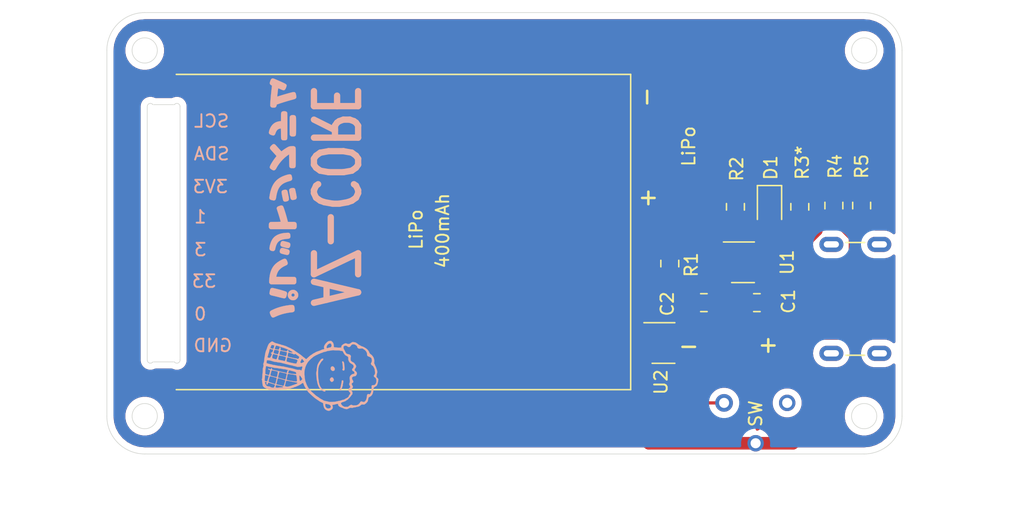
<source format=kicad_pcb>
(kicad_pcb (version 20171130) (host pcbnew "(5.1.6)-1")
  (layers (0 F.Cu signal) (31 B.Cu signal) (34 B.Paste user) (35 F.Paste user) (36 B.SilkS user) (37 F.SilkS user) (38 B.Mask user) (39 F.Mask user) (44 Edge.Cuts user))
  (net 0 "")
  (net 1 GND)
  (net 2 "Net-(C4-Pad1)")
  (net 3 "Net-(D1-Pad1)")
  (net 4 "Net-(R2-Pad1)")
  (net 5 "Net-(R3-Pad2)")
  (net 6 VIN)
  (net 7 5V)
  (net 8 IN1)
  (net 9 IN2)
  (net 10 VREAD)
  (module aaaa:Kailh-PG1425-X-Switch (layer F.Cu) (at 128.5 104.4 270)
    (fp_text reference LiPo hide)
    (fp_text value lipo)
  )
  (module Package_TO_SOT_SMD:SOT-23-5 (layer F.Cu) (at 149.1 113.2)
    (fp_text reference U2 (at -0.2 3.1 90) (layer F.SilkS))
    (fp_text value MCP73831-2-OT)
    (pad 5 smd rect (at 1.3 -0.95) (size 1.6 0.65) (layers F.Cu F.Paste F.Mask) (net 6 VIN))
    (pad 4 smd rect (at 1.3 0.95) (size 1.6 0.65) (layers F.Cu F.Paste F.Mask) (net 10 VREAD))
    (pad 2 smd rect (at -1.3 0) (size 1.6 0.65) (layers F.Cu F.Paste F.Mask) (net 7 5V))
  )
  (module Package_TO_SOT_SMD:SOT-23-5 (layer F.Cu) (at 155.4 106.8)
    (fp_text reference U1 (at 3.5 0 270) (layer F.SilkS))
    (fp_text value MCP73831-2-OT)
    (pad 1 smd rect (at -1.3 -0.95) (size 1.6 0.65) (layers F.Cu F.Paste F.Mask) (net 4 "Net-(R2-Pad1)"))
    (pad 2 smd rect (at -1.3 0) (size 1.6 0.65) (layers F.Cu F.Paste F.Mask) (net 1 GND))
    (pad 3 smd rect (at -1.3 0.95) (size 1.6 0.65) (layers F.Cu F.Paste F.Mask) (net 6 VIN))
    (pad 4 smd rect (at 1.3 0.95) (size 1.6 0.65) (layers F.Cu F.Paste F.Mask) (net 2 "Net-(C4-Pad1)"))
    (pad 5 smd rect (at 1.3 -0.95) (size 1.6 0.65) (layers F.Cu F.Paste F.Mask) (net 5 "Net-(R3-Pad2)"))
  )
  (module aaaa:palettesystem_9mm (layer B.Cu) (at 121.9 115.8 90)
    (fp_text reference G*** hide)
    (fp_text value LOGO hide)
  )
  (module aaaa:palettesystem_19mm (layer B.Cu) (at 119 101.7 90)
    (fp_text reference G*** hide)
    (fp_text value LOGO hide)
  )
  (module Connector_PinHeader_2.54mm:PinHeader_1x06_P2.54mm_Vertical (layer F.Cu) (at 153 113.5 90)
    (fp_text reference J3 hide)
    (fp_text value vout)
    (pad 1 smd roundrect (at 0 0 90) (size 2.5 1.7) (layers F.Cu F.Paste F.Mask) (net 1 GND))
    (pad 2 smd roundrect (at 0 2.54 90) (size 2.5 1.7) (layers F.Cu F.Paste F.Mask) (net 7 5V))
  )
  (module Resistor_SMD:R_0805_2012Metric (layer F.Cu) (at 149.6 106.9 270)
    (fp_text reference R1 (at 0.1 -1.7 90) (layer F.SilkS))
    (fp_text value 2.5kΩ)
    (pad 1 smd roundrect (at -0.9375 0 270) (size 1.2 1.4) (layers F.Cu F.Paste F.Mask) (net 6 VIN))
    (pad 2 smd roundrect (at 0.9375 0 270) (size 1.2 1.4) (layers F.Cu F.Paste F.Mask) (net 10 VREAD))
  )
  (module Connector_JST:JST_PH_S2B-PH-SM4-TB_1x02-1MP_P2.00mm_Horizontal (layer F.Cu) (at 153.8 97.7 90)
    (fp_text reference LiPo (at 0.1 -2.7 90) (layer F.SilkS))
    (fp_text value LiPo)
    (pad 2 smd roundrect (at 4 -2.85 90) (size 3.5 3.5) (layers F.Cu F.Paste F.Mask) (net 1 GND))
    (pad 1 smd roundrect (at -4 -2.85 90) (size 3.5 3.5) (layers F.Cu F.Paste F.Mask) (net 6 VIN))
  )
  (module Connector_PinHeader_2.54mm:PinHeader_1x06_P2.54mm_Vertical (layer F.Cu) (at 153.9 119.5 90)
    (fp_text reference J4 hide)
    (fp_text value Screw_Terminal_01x06)
    (pad 1 thru_hole oval (at 1.55 0 90) (size 1.4 1.4) (drill 0.8) (layers *.Cu *.Mask) (net 10 VREAD))
    (pad 3 thru_hole oval (at 1.55 5 90) (size 1.3 1.3) (drill 0.8) (layers *.Cu *.Mask))
    (pad 2 thru_hole oval (at -1.65 2.5 90) (size 1.3 1.3) (drill 0.8) (layers *.Cu *.Mask) (net 1 GND))
  )
  (module Resistor_SMD:R_0805_2012Metric (layer F.Cu) (at 164.8 102.3 270)
    (fp_text reference R5 (at -3.1 0 90) (layer F.SilkS))
    (fp_text value 1kΩ)
    (pad 1 smd roundrect (at -0.9375 0 270) (size 1.2 1.4) (layers F.Cu F.Paste F.Mask) (net 1 GND))
    (pad 2 smd roundrect (at 0.9375 0 270) (size 1.2 1.4) (layers F.Cu F.Paste F.Mask) (net 8 IN1))
  )
  (module Resistor_SMD:R_0805_2012Metric (layer F.Cu) (at 162.6 102.3 270)
    (fp_text reference R4 (at -3.1 -0.1 90) (layer F.SilkS))
    (fp_text value 1kΩ)
    (pad 2 smd roundrect (at 0.9375 0 270) (size 1.2 1.4) (layers F.Cu F.Paste F.Mask) (net 9 IN2))
    (pad 1 smd roundrect (at -0.9375 0 270) (size 1.2 1.4) (layers F.Cu F.Paste F.Mask) (net 1 GND))
  )
  (module aaaa:CUI_UJC-HP-3-SMT-TR-hole-ok (layer F.Cu) (at 162.4 109.7 90)
    (fp_text reference REF** hide)
    (fp_text value CUI_UJC-HP-3-SMT-TR-hole-ok)
    (pad A12 smd rect (at 2.75 -0.508 90) (size 0.9 2.4) (layers F.Cu F.Paste F.Mask) (net 1 GND))
    (pad B12 smd rect (at -2.794 -0.508 90) (size 0.9 2.4) (layers F.Cu F.Paste F.Mask) (net 1 GND))
    (pad A9 smd rect (at 1.52 -0.508 90) (size 0.8 2.4) (layers F.Cu F.Paste F.Mask) (net 2 "Net-(C4-Pad1)"))
    (pad B9 smd rect (at -1.524 -0.508 90) (size 0.8 2.4) (layers F.Cu F.Paste F.Mask) (net 2 "Net-(C4-Pad1)"))
    (pad A5 smd rect (at -0.508 -0.508 90) (size 0.7 2.4) (layers F.Cu F.Paste F.Mask) (net 8 IN1))
    (pad B5 smd rect (at 0.5 -0.508 90) (size 0.7 2.4) (layers F.Cu F.Paste F.Mask) (net 9 IN2))
    (pad "" thru_hole oval (at 4.32 3.8 90) (size 1.2 1.9) (drill oval 0.5 1.2) (layers *.Cu *.Mask))
    (pad S3 smd rect (at -4.695 3.8 90) (size 0.2 0.2) (layers F.Cu))
    (pad "" thru_hole oval (at -4.32 3.8 90) (size 1.2 1.9) (drill oval 0.5 1.2) (layers *.Cu *.Mask))
    (pad "" thru_hole oval (at 4.32 0 90) (size 1.2 1.9) (drill oval 0.5 1.2) (layers *.Cu *.Mask))
    (pad "" thru_hole oval (at -4.32 0 90) (size 1.2 1.9) (drill oval 0.5 1.2) (layers *.Cu *.Mask))
  )
  (module Resistor_SMD:R_0805_2012Metric (layer F.Cu) (at 159.9 102.4 270)
    (fp_text reference R3* (at -3.5 -0.2 270) (layer F.SilkS))
    (fp_text value 2.5kΩ)
    (pad 2 smd roundrect (at 0.9375 0 270) (size 1.2 1.4) (layers F.Cu F.Paste F.Mask) (net 5 "Net-(R3-Pad2)"))
    (pad 1 smd roundrect (at -0.9375 0 270) (size 1.2 1.4) (layers F.Cu F.Paste F.Mask) (net 1 GND))
  )
  (module Resistor_SMD:R_0805_2012Metric (layer F.Cu) (at 154.8 102.4 90)
    (fp_text reference R2 (at 3 0.1 90) (layer F.SilkS))
    (fp_text value 1kΩ)
    (pad 1 smd roundrect (at -0.9375 0 90) (size 1.2 1.4) (layers F.Cu F.Paste F.Mask) (net 4 "Net-(R2-Pad1)"))
    (pad 2 smd roundrect (at 0.9375 0 90) (size 1.2 1.4) (layers F.Cu F.Paste F.Mask) (net 3 "Net-(D1-Pad1)"))
  )
  (module LED_SMD:LED_0805_2012Metric (layer F.Cu) (at 157.5 102.4 270)
    (fp_text reference D1 (at -3.1 -0.1 270) (layer F.SilkS))
    (fp_text value LED_RED)
    (pad 1 smd roundrect (at -0.9375 0 270) (size 1.2 1.4) (layers F.Cu F.Paste F.Mask) (net 3 "Net-(D1-Pad1)"))
    (pad 2 smd roundrect (at 0.9375 0 270) (size 1.2 1.4) (layers F.Cu F.Paste F.Mask) (net 2 "Net-(C4-Pad1)"))
  )
  (module Resistor_SMD:R_0805_2012Metric (layer F.Cu) (at 156.5 110)
    (fp_text reference C1 (at 2.5 -0.1 90) (layer F.SilkS))
    (fp_text value 4.7μF)
    (pad 2 smd roundrect (at 0.9375 0) (size 1.2 1.4) (layers F.Cu F.Paste F.Mask) (net 1 GND))
    (pad 1 smd roundrect (at -0.9375 0) (size 1.2 1.4) (layers F.Cu F.Paste F.Mask) (net 2 "Net-(C4-Pad1)"))
  )
  (module Resistor_SMD:R_0805_2012Metric (layer F.Cu) (at 152.3 110)
    (fp_text reference C2 (at -2.9 0.1 90) (layer F.SilkS))
    (fp_text value 4.7μF)
    (pad 1 smd roundrect (at -0.9375 0) (size 1.2 1.4) (layers F.Cu F.Paste F.Mask) (net 6 VIN))
    (pad 2 smd roundrect (at 0.9375 0) (size 1.2 1.4) (layers F.Cu F.Paste F.Mask) (net 1 GND))
  )
  (gr_text AZ-CORE (at 123 101.5 270) (layer B.SilkS) (effects (font (size 3.5 2.5) (thickness 0.5)) (justify mirror)))
  (gr_text LiPo (at 129.5 104.2 90) (layer F.SilkS) (effects (font (size 1 1))))
  (gr_arc (start 108.45 114.55) (end 108.65 114.7) (angle 143.1301024) (layer Edge.Cuts) (width 0.05))
  (gr_arc (start 110.55 114.55) (end 110.35 114.7) (angle -143.1301024) (layer Edge.Cuts) (width 0.05))
  (gr_line (start 110.35 114.7) (end 108.65 114.7) (layer Edge.Cuts) (width 0.05))
  (gr_arc (start 110.55 94.45) (end 110.35 94.3) (angle 143.1301024) (layer Edge.Cuts) (width 0.05))
  (gr_arc (start 108.45 94.45) (end 108.65 94.3) (angle -143.1301024) (layer Edge.Cuts) (width 0.05))
  (gr_line (start 110.8 114.55) (end 110.8 94.45) (layer Edge.Cuts) (width 0.05))
  (gr_line (start 108.2 94.45) (end 108.2 114.55) (layer Edge.Cuts) (width 0.05))
  (gr_line (start 108.65 94.3) (end 110.35 94.3) (layer Edge.Cuts) (width 0.05))
  (gr_text SDA (at 113.3 98.2) (layer B.SilkS) (effects (font (size 1 1)) (justify mirror)))
  (gr_text SCL (at 113.3 95.6) (layer B.SilkS) (effects (font (size 1 1)) (justify mirror)))
  (gr_text GND (at 113.4 113.4) (layer B.SilkS) (effects (font (size 1 1)) (justify mirror)))
  (gr_text 1 (at 112.4 103.2) (layer B.SilkS) (effects (font (size 1 1)) (justify mirror)))
  (gr_text 3 (at 112.4 105.8) (layer B.SilkS) (effects (font (size 1 1)) (justify mirror)))
  (gr_text 0 (at 112.4 110.9) (layer B.SilkS) (effects (font (size 1 1)) (justify mirror)))
  (gr_text 3V3 (at 113.2 100.8) (layer B.SilkS) (effects (font (size 1 1)) (justify mirror)))
  (gr_text 33 (at 112.7 108.3) (layer B.SilkS) (effects (font (size 1 1)) (justify mirror)))
  (gr_text - (at 151.1 113.6 180) (layer F.SilkS) (effects (font (size 1.3 1.3) (thickness 0.2))))
  (gr_text + (at 157.4 113.3) (layer F.SilkS) (effects (font (size 1.3 1.3) (thickness 0.2))))
  (gr_circle (center 165 119) (end 166 119) (layer Edge.Cuts) (width 0.05))
  (gr_arc (start 165 119) (end 165 122) (angle -90) (layer Edge.Cuts) (width 0.05))
  (gr_arc (start 165 90) (end 168 90) (angle -90) (layer Edge.Cuts) (width 0.05))
  (gr_arc (start 108 119) (end 105 119) (angle -90) (layer Edge.Cuts) (width 0.05))
  (gr_line (start 108 122) (end 165 122) (layer Edge.Cuts) (width 0.05))
  (gr_line (start 168 90) (end 168 119) (layer Edge.Cuts) (width 0.05))
  (gr_line (start 165 87) (end 108 87) (layer Edge.Cuts) (width 0.05))
  (gr_arc (start 108 90) (end 108 87) (angle -90) (layer Edge.Cuts) (width 0.05))
  (gr_line (start 105 90) (end 105 119) (layer Edge.Cuts) (width 0.05))
  (gr_circle (center 165 90) (end 166 90) (layer Edge.Cuts) (width 0.05))
  (gr_circle (center 108 90) (end 109 90) (layer Edge.Cuts) (width 0.05))
  (gr_circle (center 108 119) (end 109 119) (layer Edge.Cuts) (width 0.05))
  (gr_text - (at 147.9 93.7 270) (layer F.SilkS) (effects (font (size 1.3 1.3) (thickness 0.2))))
  (gr_text + (at 147.9 101.6) (layer F.SilkS) (effects (font (size 1.3 1.3) (thickness 0.2))))
  (gr_text SW (at 156.4 118.8 90) (layer F.SilkS) (effects (font (size 1 1))))
  (gr_text 400mAh (at 131.6 104.3 90) (layer F.SilkS) (effects (font (size 1 1))))
  (segment (start 152.2 104.7) (end 152.2 104.7) (width 0.7) (layer F.Cu) (net 1))
  (segment (start 160.6 101.4625) (end 159.9 101.4625) (width 0.7) (layer F.Cu) (net 1))
  (segment (start 161.3 102.1625) (end 160.6 101.4625) (width 0.7) (layer F.Cu) (net 1))
  (segment (start 161.3 103.903641) (end 161.3 102.1625) (width 0.7) (layer F.Cu) (net 1))
  (segment (start 159.9 100.5) (end 159.9 101.4625) (width 0.7) (layer F.Cu) (net 1))
  (segment (start 158.8 99.4) (end 159.9 100.5) (width 0.7) (layer F.Cu) (net 1))
  (segment (start 154.2 99.4) (end 158.8 99.4) (width 0.7) (layer F.Cu) (net 1))
  (segment (start 153.4 100.2) (end 154.2 99.4) (width 0.7) (layer F.Cu) (net 1))
  (segment (start 152.9 106.8) (end 152.2 106.1) (width 0.7) (layer F.Cu) (net 1))
  (segment (start 154.1 106.8) (end 152.9 106.8) (width 0.7) (layer F.Cu) (net 1))
  (segment (start 153.4 103.5) (end 153.4 100.2) (width 0.7) (layer F.Cu) (net 1))
  (segment (start 152.2 106.1) (end 152.2 104.7) (width 0.7) (layer F.Cu) (net 1))
  (segment (start 152.2 104.7) (end 153.4 103.5) (width 0.7) (layer F.Cu) (net 1))
  (segment (start 156.4 121.15) (end 159.35 121.15) (width 1) (layer F.Cu) (net 1))
  (segment (start 159.35 121.15) (end 161.4 119.1) (width 1) (layer F.Cu) (net 1))
  (segment (start 161.4 119.1) (end 161.4 117.3) (width 1) (layer F.Cu) (net 1))
  (segment (start 159.094 114.994) (end 159.094 112.494) (width 1) (layer F.Cu) (net 1))
  (segment (start 161.4 117.3) (end 159.094 114.994) (width 1) (layer F.Cu) (net 1))
  (segment (start 156.4 121.15) (end 147.95 121.15) (width 1) (layer F.Cu) (net 1))
  (segment (start 147.95 121.15) (end 144.7 117.9) (width 1) (layer F.Cu) (net 1))
  (segment (start 144.7 117.9) (end 144.7 97.2) (width 1) (layer F.Cu) (net 1))
  (segment (start 148.2 93.7) (end 150.95 93.7) (width 1) (layer F.Cu) (net 1))
  (segment (start 144.7 97.2) (end 148.2 93.7) (width 1) (layer F.Cu) (net 1))
  (segment (start 153 111.9) (end 153 113.5) (width 0.8) (layer F.Cu) (net 1))
  (segment (start 153.4 111.5) (end 153 111.9) (width 0.8) (layer F.Cu) (net 1))
  (segment (start 159.094 112.494) (end 158.1 111.5) (width 0.8) (layer F.Cu) (net 1))
  (segment (start 158.1 111.5) (end 153.4 111.5) (width 0.8) (layer F.Cu) (net 1))
  (segment (start 161.892 106.95) (end 160.95 106.95) (width 0.8) (layer F.Cu) (net 1))
  (segment (start 160.95 106.95) (end 160.3 106.3) (width 0.8) (layer F.Cu) (net 1))
  (segment (start 160.3 106.3) (end 160.3 105.3) (width 0.8) (layer F.Cu) (net 1))
  (segment (start 161.3 104.3) (end 161.3 103.903641) (width 0.8) (layer F.Cu) (net 1))
  (segment (start 160.3 105.3) (end 161.3 104.3) (width 0.8) (layer F.Cu) (net 1))
  (segment (start 161.892 112.494) (end 159.094 112.494) (width 0.8) (layer F.Cu) (net 1))
  (segment (start 156.7 107.75) (end 158.55 107.75) (width 0.7) (layer F.Cu) (net 2))
  (segment (start 158.55 107.75) (end 158.98 108.18) (width 0.7) (layer F.Cu) (net 2))
  (segment (start 158.98 110.68) (end 158.98 108.18) (width 0.7) (layer F.Cu) (net 2))
  (segment (start 159.524 111.224) (end 158.98 110.68) (width 0.7) (layer F.Cu) (net 2))
  (segment (start 155.5625 108.8875) (end 156.7 107.75) (width 0.7) (layer F.Cu) (net 2))
  (segment (start 155.5625 110) (end 155.5625 108.8875) (width 0.7) (layer F.Cu) (net 2))
  (segment (start 158.55 107.75) (end 158.55 107.75) (width 0.7) (layer F.Cu) (net 2))
  (segment (start 157.5 103.3375) (end 157.1625 103.3375) (width 0.25) (layer F.Cu) (net 2))
  (segment (start 157.1625 103.3375) (end 155.4 105.1) (width 0.25) (layer F.Cu) (net 2))
  (segment (start 155.4 105.1) (end 155.4 106.5) (width 0.25) (layer F.Cu) (net 2))
  (segment (start 156.65 107.75) (end 156.7 107.75) (width 0.25) (layer F.Cu) (net 2))
  (segment (start 155.4 106.5) (end 156.65 107.75) (width 0.25) (layer F.Cu) (net 2))
  (segment (start 158.98 108.18) (end 161.892 108.18) (width 0.7) (layer F.Cu) (net 2))
  (segment (start 159.524 111.224) (end 161.892 111.224) (width 0.7) (layer F.Cu) (net 2))
  (segment (start 154.8 101.4625) (end 157.5 101.4625) (width 0.25) (layer F.Cu) (net 3))
  (segment (start 154.1 104.0375) (end 154.8 103.3375) (width 0.25) (layer F.Cu) (net 4))
  (segment (start 154.1 105.85) (end 154.1 104.0375) (width 0.25) (layer F.Cu) (net 4))
  (segment (start 158.75 104.35) (end 157.25 105.85) (width 0.25) (layer F.Cu) (net 5))
  (segment (start 157.25 105.85) (end 156.7 105.85) (width 0.25) (layer F.Cu) (net 5))
  (segment (start 158.75 103.85) (end 158.75 104.35) (width 0.25) (layer F.Cu) (net 5))
  (segment (start 159.9 103.3375) (end 159.2625 103.3375) (width 0.25) (layer F.Cu) (net 5))
  (segment (start 159.2625 103.3375) (end 158.75 103.85) (width 0.25) (layer F.Cu) (net 5))
  (segment (start 149.6 103.05) (end 150.95 101.7) (width 1) (layer F.Cu) (net 6))
  (segment (start 149.6 105.9625) (end 149.6 103.05) (width 1) (layer F.Cu) (net 6))
  (segment (start 150.3 105.9625) (end 149.6 105.9625) (width 1) (layer F.Cu) (net 6))
  (segment (start 151.3625 107.025) (end 150.3 105.9625) (width 1) (layer F.Cu) (net 6))
  (segment (start 151.3625 110) (end 151.3625 107.025) (width 1) (layer F.Cu) (net 6))
  (segment (start 150.4 112.25) (end 151.15 112.25) (width 1) (layer F.Cu) (net 6))
  (segment (start 151.3625 112.0375) (end 151.3625 110) (width 1) (layer F.Cu) (net 6))
  (segment (start 151.15 112.25) (end 151.3625 112.0375) (width 1) (layer F.Cu) (net 6))
  (segment (start 152.5 107.75) (end 151.3625 108.8875) (width 0.7) (layer F.Cu) (net 6))
  (segment (start 151.3625 108.8875) (end 151.3625 110) (width 0.7) (layer F.Cu) (net 6))
  (segment (start 154.1 107.75) (end 152.5 107.75) (width 0.7) (layer F.Cu) (net 6))
  (segment (start 147.8 113.2) (end 147.8 117) (width 1) (layer F.Cu) (net 7))
  (segment (start 147.8 117) (end 150.6 119.8) (width 1) (layer F.Cu) (net 7))
  (segment (start 150.6 119.8) (end 154.9 119.8) (width 1) (layer F.Cu) (net 7))
  (segment (start 155.54 115.74) (end 155.54 113.5) (width 1) (layer F.Cu) (net 7))
  (segment (start 154.9 119.8) (end 156.2 118.5) (width 1) (layer F.Cu) (net 7))
  (segment (start 156.2 116.4) (end 155.54 115.74) (width 1) (layer F.Cu) (net 7))
  (segment (start 156.2 118.5) (end 156.2 116.4) (width 1) (layer F.Cu) (net 7))
  (segment (start 164.6 103.4375) (end 164.8 103.2375) (width 0.25) (layer F.Cu) (net 8))
  (segment (start 164.6 109.4) (end 164.6 103.4375) (width 0.25) (layer F.Cu) (net 8))
  (segment (start 163.792 110.208) (end 164.6 109.4) (width 0.25) (layer F.Cu) (net 8))
  (segment (start 161.892 110.208) (end 163.792 110.208) (width 0.25) (layer F.Cu) (net 8))
  (segment (start 162.6 103.2375) (end 162.6 103.6) (width 0.25) (layer F.Cu) (net 9))
  (segment (start 162.6 103.6) (end 163.9 104.9) (width 0.25) (layer F.Cu) (net 9))
  (segment (start 163.9 104.9) (end 163.9 108.6) (width 0.25) (layer F.Cu) (net 9))
  (segment (start 163.3 109.2) (end 161.892 109.2) (width 0.25) (layer F.Cu) (net 9))
  (segment (start 163.9 108.6) (end 163.3 109.2) (width 0.25) (layer F.Cu) (net 9))
  (segment (start 153.9 117.95) (end 152.65 117.95) (width 0.25) (layer F.Cu) (net 10))
  (segment (start 150.4 115.7) (end 150.4 114.15) (width 0.25) (layer F.Cu) (net 10))
  (segment (start 152.65 117.95) (end 150.55 115.85) (width 0.25) (layer F.Cu) (net 10))
  (segment (start 150.55 115.85) (end 150.4 115.7) (width 0.25) (layer F.Cu) (net 10))
  (segment (start 149.6 107.8375) (end 148.9625 107.8375) (width 0.25) (layer F.Cu) (net 10))
  (segment (start 148.9625 107.8375) (end 148.3 108.5) (width 0.25) (layer F.Cu) (net 10))
  (segment (start 148.3 111.3) (end 149.019999 112.019999) (width 0.25) (layer F.Cu) (net 10))
  (segment (start 149.019999 112.019999) (end 149.019999 112.680001) (width 0.25) (layer F.Cu) (net 10))
  (segment (start 148.3 108.5) (end 148.3 111.3) (width 0.25) (layer F.Cu) (net 10))
  (segment (start 149.319999 112.980001) (end 149.319999 113.719999) (width 0.25) (layer F.Cu) (net 10))
  (segment (start 149.019999 112.680001) (end 149.319999 112.980001) (width 0.25) (layer F.Cu) (net 10))
  (segment (start 149.75 114.15) (end 150.4 114.15) (width 0.25) (layer F.Cu) (net 10))
  (segment (start 149.319999 113.719999) (end 149.75 114.15) (width 0.25) (layer F.Cu) (net 10))
  (zone (net 1) (net_name GND) (layer F.Cu) (connect_pads (clearance 0.5)) (min_thickness 0.254) (fill yes (arc_segments 32) (thermal_gap 0.508) (thermal_bridge_width 0.508))
    (polygon (pts (xy 169 123) (xy 104 123) (xy 104 86) (xy 169 86)))
  )
  (zone (net 0) (net_name "") (layer B.Cu) (connect_pads (clearance 0.5)) (min_thickness 0.254) (fill yes (arc_segments 32) (thermal_gap 0.508) (thermal_bridge_width 0.508))
    (polygon (pts (xy 169 123) (xy 104 123) (xy 104 86) (xy 169 86)))
  )
)
</source>
